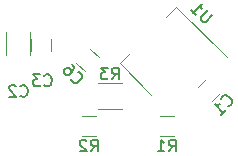
<source format=gbo>
G04 #@! TF.FileFunction,Legend,Bot*
%FSLAX46Y46*%
G04 Gerber Fmt 4.6, Leading zero omitted, Abs format (unit mm)*
G04 Created by KiCad (PCBNEW 4.0.6) date 10/22/17 19:33:14*
%MOMM*%
%LPD*%
G01*
G04 APERTURE LIST*
%ADD10C,0.100000*%
%ADD11C,0.120000*%
%ADD12C,0.150000*%
G04 APERTURE END LIST*
D10*
D11*
X138368594Y-98799487D02*
X137661487Y-99506594D01*
X136459406Y-98304513D02*
X137166513Y-97597406D01*
X122340000Y-95242000D02*
X122340000Y-94242000D01*
X124040000Y-94242000D02*
X124040000Y-95242000D01*
X126879513Y-96966594D02*
X126172406Y-96259487D01*
X127374487Y-95057406D02*
X128081594Y-95764513D01*
X134458000Y-100720000D02*
X133258000Y-100720000D01*
X133258000Y-102480000D02*
X134458000Y-102480000D01*
X127854000Y-100720000D02*
X126654000Y-100720000D01*
X126654000Y-102480000D02*
X127854000Y-102480000D01*
X128032000Y-100130000D02*
X130032000Y-100130000D01*
X130032000Y-97990000D02*
X128032000Y-97990000D01*
X129842192Y-96310660D02*
X130733146Y-95419706D01*
X134664660Y-91488192D02*
X133773706Y-92379146D01*
X132500913Y-98969382D02*
X129842192Y-96310660D01*
X138914372Y-95737904D02*
X134664660Y-91488192D01*
X120265000Y-95615000D02*
X120265000Y-93615000D01*
X122305000Y-93615000D02*
X122305000Y-95615000D01*
D12*
X139021826Y-99924125D02*
X139089169Y-99924125D01*
X139223856Y-99856781D01*
X139291200Y-99789438D01*
X139358544Y-99654750D01*
X139358544Y-99520063D01*
X139324872Y-99419048D01*
X139223857Y-99250690D01*
X139122841Y-99149674D01*
X138954482Y-99048659D01*
X138853467Y-99014987D01*
X138718780Y-99014987D01*
X138584093Y-99082331D01*
X138516749Y-99149674D01*
X138449406Y-99284361D01*
X138449406Y-99351705D01*
X138415734Y-100664903D02*
X138819796Y-100260842D01*
X138617765Y-100462872D02*
X137910659Y-99755765D01*
X138079017Y-99789437D01*
X138213704Y-99789437D01*
X138314719Y-99755765D01*
X123483666Y-98147143D02*
X123531285Y-98194762D01*
X123674142Y-98242381D01*
X123769380Y-98242381D01*
X123912238Y-98194762D01*
X124007476Y-98099524D01*
X124055095Y-98004286D01*
X124102714Y-97813810D01*
X124102714Y-97670952D01*
X124055095Y-97480476D01*
X124007476Y-97385238D01*
X123912238Y-97290000D01*
X123769380Y-97242381D01*
X123674142Y-97242381D01*
X123531285Y-97290000D01*
X123483666Y-97337619D01*
X123150333Y-97242381D02*
X122531285Y-97242381D01*
X122864619Y-97623333D01*
X122721761Y-97623333D01*
X122626523Y-97670952D01*
X122578904Y-97718571D01*
X122531285Y-97813810D01*
X122531285Y-98051905D01*
X122578904Y-98147143D01*
X122626523Y-98194762D01*
X122721761Y-98242381D01*
X123007476Y-98242381D01*
X123102714Y-98194762D01*
X123150333Y-98147143D01*
X125754875Y-97619826D02*
X125754875Y-97687169D01*
X125822219Y-97821856D01*
X125889562Y-97889200D01*
X126024250Y-97956544D01*
X126158937Y-97956544D01*
X126259952Y-97922872D01*
X126428310Y-97821857D01*
X126529326Y-97720841D01*
X126630341Y-97552482D01*
X126664013Y-97451467D01*
X126664013Y-97316780D01*
X126596669Y-97182093D01*
X126529326Y-97114749D01*
X126394639Y-97047406D01*
X126327295Y-97047406D01*
X125788547Y-96373971D02*
X125923235Y-96508659D01*
X125956906Y-96609674D01*
X125956906Y-96677017D01*
X125923235Y-96845376D01*
X125822220Y-97013734D01*
X125552845Y-97283109D01*
X125451830Y-97316780D01*
X125384487Y-97316780D01*
X125283471Y-97283109D01*
X125148784Y-97148421D01*
X125115112Y-97047406D01*
X125115112Y-96980063D01*
X125148784Y-96879047D01*
X125317142Y-96710689D01*
X125418158Y-96677016D01*
X125485502Y-96677016D01*
X125586517Y-96710688D01*
X125721204Y-96845376D01*
X125754876Y-96946391D01*
X125754876Y-97013734D01*
X125721204Y-97114750D01*
X134024666Y-103752381D02*
X134358000Y-103276190D01*
X134596095Y-103752381D02*
X134596095Y-102752381D01*
X134215142Y-102752381D01*
X134119904Y-102800000D01*
X134072285Y-102847619D01*
X134024666Y-102942857D01*
X134024666Y-103085714D01*
X134072285Y-103180952D01*
X134119904Y-103228571D01*
X134215142Y-103276190D01*
X134596095Y-103276190D01*
X133072285Y-103752381D02*
X133643714Y-103752381D01*
X133358000Y-103752381D02*
X133358000Y-102752381D01*
X133453238Y-102895238D01*
X133548476Y-102990476D01*
X133643714Y-103038095D01*
X127420666Y-103752381D02*
X127754000Y-103276190D01*
X127992095Y-103752381D02*
X127992095Y-102752381D01*
X127611142Y-102752381D01*
X127515904Y-102800000D01*
X127468285Y-102847619D01*
X127420666Y-102942857D01*
X127420666Y-103085714D01*
X127468285Y-103180952D01*
X127515904Y-103228571D01*
X127611142Y-103276190D01*
X127992095Y-103276190D01*
X127039714Y-102847619D02*
X126992095Y-102800000D01*
X126896857Y-102752381D01*
X126658761Y-102752381D01*
X126563523Y-102800000D01*
X126515904Y-102847619D01*
X126468285Y-102942857D01*
X126468285Y-103038095D01*
X126515904Y-103180952D01*
X127087333Y-103752381D01*
X126468285Y-103752381D01*
X129198666Y-97662381D02*
X129532000Y-97186190D01*
X129770095Y-97662381D02*
X129770095Y-96662381D01*
X129389142Y-96662381D01*
X129293904Y-96710000D01*
X129246285Y-96757619D01*
X129198666Y-96852857D01*
X129198666Y-96995714D01*
X129246285Y-97090952D01*
X129293904Y-97138571D01*
X129389142Y-97186190D01*
X129770095Y-97186190D01*
X128865333Y-96662381D02*
X128246285Y-96662381D01*
X128579619Y-97043333D01*
X128436761Y-97043333D01*
X128341523Y-97090952D01*
X128293904Y-97138571D01*
X128246285Y-97233810D01*
X128246285Y-97471905D01*
X128293904Y-97567143D01*
X128341523Y-97614762D01*
X128436761Y-97662381D01*
X128722476Y-97662381D01*
X128817714Y-97614762D01*
X128865333Y-97567143D01*
X137711954Y-92219542D02*
X137139534Y-92791962D01*
X137038519Y-92825634D01*
X136971176Y-92825634D01*
X136870161Y-92791962D01*
X136735473Y-92657274D01*
X136701801Y-92556259D01*
X136701801Y-92488916D01*
X136735473Y-92387901D01*
X137307893Y-91815481D01*
X135893679Y-91815481D02*
X136297741Y-92219542D01*
X136095710Y-92017512D02*
X136802817Y-91310405D01*
X136769145Y-91478764D01*
X136769145Y-91613450D01*
X136802817Y-91714466D01*
X121451666Y-99036143D02*
X121499285Y-99083762D01*
X121642142Y-99131381D01*
X121737380Y-99131381D01*
X121880238Y-99083762D01*
X121975476Y-98988524D01*
X122023095Y-98893286D01*
X122070714Y-98702810D01*
X122070714Y-98559952D01*
X122023095Y-98369476D01*
X121975476Y-98274238D01*
X121880238Y-98179000D01*
X121737380Y-98131381D01*
X121642142Y-98131381D01*
X121499285Y-98179000D01*
X121451666Y-98226619D01*
X121070714Y-98226619D02*
X121023095Y-98179000D01*
X120927857Y-98131381D01*
X120689761Y-98131381D01*
X120594523Y-98179000D01*
X120546904Y-98226619D01*
X120499285Y-98321857D01*
X120499285Y-98417095D01*
X120546904Y-98559952D01*
X121118333Y-99131381D01*
X120499285Y-99131381D01*
M02*

</source>
